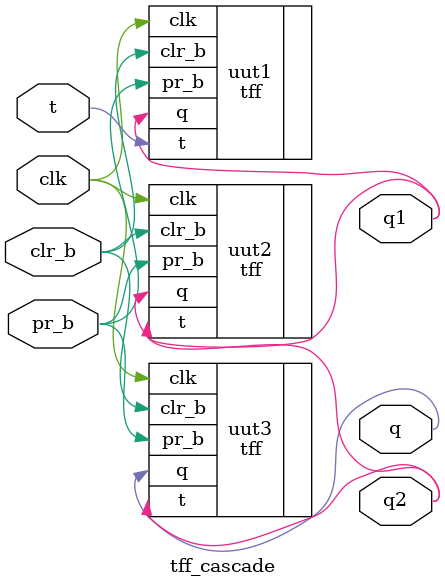
<source format=v>
`timescale 1ns / 1ps


module tff_cascade(
    input t,
    input clk,
    input pr_b,
    input clr_b,
    output q,
    output q1,
    output q2
    );
    
    wire q1, q2, q;
    
    tff uut1 (.t(t), 
        .clk(clk), 
        .pr_b(pr_b), 
        .clr_b(clr_b), 
        .q(q1));
        
    tff uut2 (
        .t(q1),
        .clk(clk),
        .pr_b(pr_b),
        .clr_b(clr_b),
        .q(q2));
    tff uut3 (
        .t(q2),
        .clk(clk), 
        .pr_b(pr_b), 
        .clr_b(clr_b), 
        .q(q));
    
endmodule

</source>
